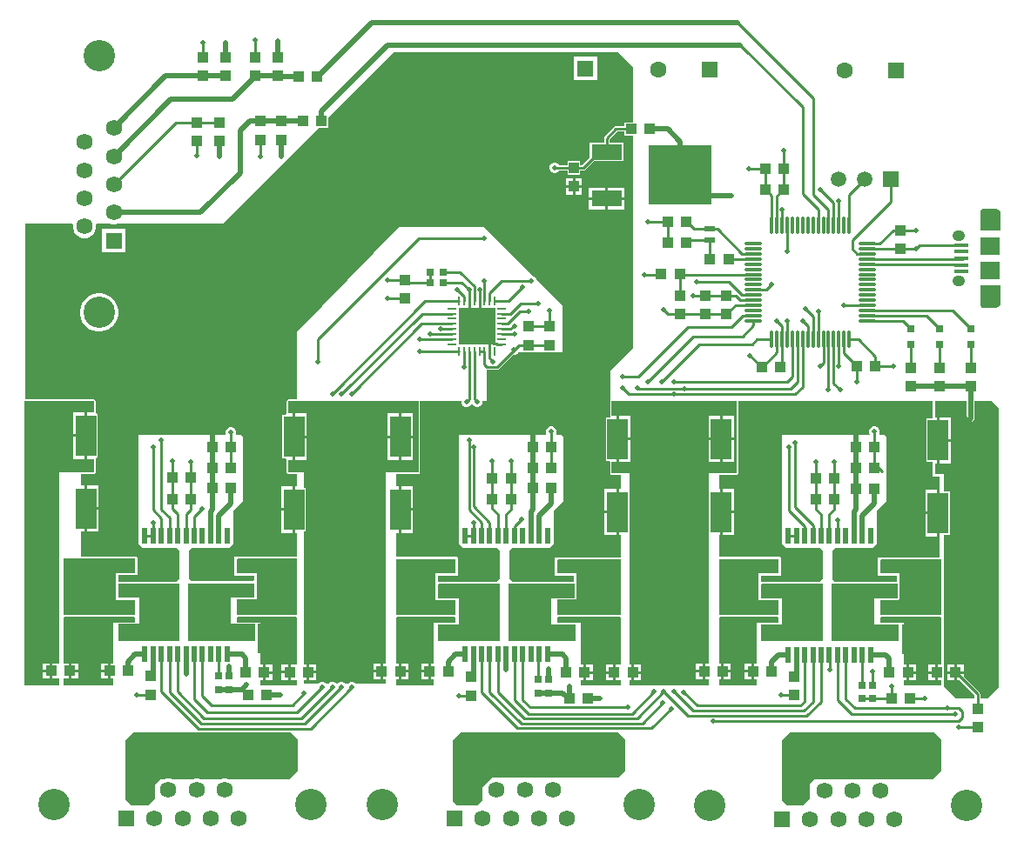
<source format=gtl>
G04*
G04 #@! TF.GenerationSoftware,Altium Limited,Altium Designer,21.8.1 (53)*
G04*
G04 Layer_Physical_Order=1*
G04 Layer_Color=255*
%FSLAX25Y25*%
%MOIN*%
G70*
G04*
G04 #@! TF.SameCoordinates,57A0437E-557E-4490-84B7-93440E4047FD*
G04*
G04*
G04 #@! TF.FilePolarity,Positive*
G04*
G01*
G75*
%ADD19R,0.02000X0.06100*%
%ADD20R,0.06100X0.02000*%
%ADD22R,0.02559X0.02953*%
%ADD23R,0.05709X0.11417*%
%ADD25R,0.11811X0.06299*%
%ADD26R,0.24410X0.22835*%
%ADD27R,0.02953X0.02559*%
%ADD28R,0.01003X0.03575*%
%ADD29R,0.03575X0.01003*%
%ADD30R,0.14200X0.14200*%
%ADD31R,0.03937X0.01968*%
%ADD35C,0.06260*%
%ADD36R,0.06260X0.06260*%
%ADD37C,0.12008*%
%ADD38R,0.06260X0.06260*%
%ADD46O,0.01181X0.07087*%
%ADD47O,0.07087X0.01181*%
%ADD48R,0.04331X0.03937*%
%ADD49R,0.07874X0.15748*%
%ADD50R,0.03937X0.04331*%
%ADD51R,0.03150X0.03150*%
%ADD52R,0.07480X0.07087*%
%ADD53R,0.05315X0.01575*%
%ADD54C,0.01000*%
%ADD55C,0.01968*%
%ADD56C,0.05906*%
%ADD57R,0.05906X0.05906*%
%ADD58R,0.06299X0.06299*%
%ADD59C,0.06299*%
%ADD60O,0.04921X0.04134*%
%ADD61C,0.02000*%
%ADD62C,0.03937*%
G36*
X281246Y318254D02*
Y297227D01*
X277940D01*
Y295778D01*
X274759D01*
X274369Y295701D01*
X274038Y295480D01*
X270428Y291870D01*
X270207Y291540D01*
X270130Y291149D01*
Y289610D01*
X264744D01*
Y283752D01*
X261889Y280897D01*
X261107D01*
Y282543D01*
X256170D01*
Y280897D01*
X253023D01*
X252976Y281011D01*
X252413Y281573D01*
X251678Y281878D01*
X250883D01*
X250148Y281573D01*
X249585Y281011D01*
X249281Y280276D01*
Y279480D01*
X249585Y278745D01*
X250148Y278182D01*
X250883Y277878D01*
X251678D01*
X252413Y278182D01*
X252976Y278745D01*
X253023Y278858D01*
X256170D01*
Y277212D01*
X261107D01*
Y278858D01*
X262311D01*
X262701Y278936D01*
X263032Y279157D01*
X266186Y282310D01*
X277555D01*
Y289610D01*
X272169D01*
Y290727D01*
X275181Y293739D01*
X277940D01*
Y292290D01*
X281246D01*
X281246Y210885D01*
X272477Y202116D01*
Y190331D01*
Y184751D01*
Y184251D01*
X270932D01*
Y181424D01*
Y167502D01*
X272143D01*
X272477Y167002D01*
Y162729D01*
X272635Y162347D01*
X273018Y162188D01*
X276482D01*
Y156798D01*
X275869D01*
Y147924D01*
Y139050D01*
X276482D01*
Y130575D01*
X251243D01*
Y123516D01*
X258747D01*
X258747Y121582D01*
X258393Y121228D01*
X234930D01*
X233822Y122336D01*
Y133043D01*
X234913Y134133D01*
X249275D01*
X250805Y135664D01*
X250805Y148295D01*
X254618Y152108D01*
Y176648D01*
X253821Y177445D01*
X252204D01*
X251870Y177945D01*
X251990Y178235D01*
Y179030D01*
X251685Y179765D01*
X251122Y180328D01*
X250387Y180632D01*
X249592D01*
X248857Y180328D01*
X248294Y179765D01*
X247990Y179030D01*
Y178235D01*
X248109Y177945D01*
X247775Y177445D01*
X214589D01*
Y135781D01*
X216236Y134133D01*
X229326D01*
X230348Y133111D01*
Y122374D01*
X229150Y121177D01*
X206746D01*
X206746Y123566D01*
X214249D01*
Y130520D01*
X213995Y130775D01*
X190484D01*
Y139928D01*
X191637D01*
Y148802D01*
X192137D01*
D01*
X191637D01*
Y157676D01*
X190484D01*
Y162607D01*
X199166Y162607D01*
X199548Y162766D01*
X199707Y163148D01*
Y190391D01*
X215501D01*
Y189619D01*
X215806Y188884D01*
X216369Y188321D01*
X217104Y188017D01*
X217899D01*
X218634Y188321D01*
X219197Y188884D01*
X219303Y189140D01*
X219844D01*
X219951Y188884D01*
X220513Y188321D01*
X221248Y188017D01*
X222044D01*
X222779Y188321D01*
X223341Y188884D01*
X223646Y189619D01*
Y190391D01*
X225309D01*
Y202456D01*
X225351Y202448D01*
X229299D01*
X229689Y202525D01*
X230020Y202746D01*
X235339Y208065D01*
X236125D01*
X236860Y208370D01*
X237422Y208932D01*
X237448Y208993D01*
X254220D01*
Y227201D01*
X244286Y237134D01*
X244127Y237519D01*
X243564Y238081D01*
X243180Y238241D01*
X224295Y257125D01*
X191568Y257125D01*
X152758Y216662D01*
Y191041D01*
X149328D01*
X148945Y190883D01*
X148786Y190500D01*
Y185629D01*
X148452Y185129D01*
X147041D01*
Y168381D01*
X148452D01*
X148786Y167881D01*
Y163148D01*
X148945Y162766D01*
X149328Y162607D01*
X152758D01*
Y157676D01*
X151978D01*
Y148802D01*
Y139928D01*
X152758D01*
Y130658D01*
X128631D01*
Y123600D01*
X136135D01*
X136135Y121665D01*
X135782Y121311D01*
X112319D01*
X111211Y122420D01*
Y133126D01*
X112301Y134216D01*
X126663D01*
X128194Y135747D01*
X128194Y148379D01*
X132007Y152191D01*
Y176732D01*
X131210Y177529D01*
X129601D01*
X129323Y177944D01*
X129378Y178077D01*
Y178872D01*
X129074Y179607D01*
X128511Y180170D01*
X127776Y180474D01*
X126980D01*
X126245Y180170D01*
X125683Y179607D01*
X125378Y178872D01*
Y178077D01*
X125433Y177944D01*
X125155Y177529D01*
X91978D01*
Y135864D01*
X93625Y134216D01*
X106714D01*
X107736Y133195D01*
Y122458D01*
X106539Y121260D01*
X84135D01*
X84135Y123650D01*
X91638D01*
Y130604D01*
X91383Y130858D01*
X69884D01*
Y140303D01*
X71352D01*
Y149177D01*
X71852D01*
D01*
X71352D01*
Y158051D01*
X69884D01*
Y162613D01*
X75000D01*
X75383Y162771D01*
X75541Y163154D01*
Y168256D01*
X75875Y168756D01*
X76289D01*
Y185504D01*
X75875D01*
X75541Y186004D01*
Y190474D01*
X75383Y190857D01*
X75000Y191016D01*
X48500D01*
Y258500D01*
X66639D01*
X66944Y258103D01*
X66890Y257902D01*
Y256736D01*
X67192Y255609D01*
X67775Y254599D01*
X68599Y253775D01*
X69609Y253192D01*
X70736Y252890D01*
X71902D01*
X73028Y253192D01*
X74038Y253775D01*
X74863Y254599D01*
X75446Y255609D01*
X75748Y256736D01*
Y257902D01*
X75694Y258103D01*
X75999Y258500D01*
X81109D01*
X81917Y258283D01*
X83083D01*
X83891Y258500D01*
X124270D01*
X161012Y295242D01*
X164776D01*
Y299005D01*
X189770Y324000D01*
X275500D01*
X281246Y318254D01*
D02*
G37*
G36*
X420959Y263939D02*
X421513Y263386D01*
X421813Y262662D01*
Y262271D01*
Y255637D01*
X414332D01*
Y263058D01*
Y263293D01*
X414512Y263727D01*
X414844Y264059D01*
X415278Y264239D01*
X420236D01*
X420959Y263939D01*
D02*
G37*
G36*
X421813Y227999D02*
Y227607D01*
X421513Y226884D01*
X420959Y226330D01*
X420236Y226030D01*
X415278D01*
X414844Y226210D01*
X414512Y226542D01*
X414332Y226977D01*
Y227211D01*
Y234633D01*
X421813D01*
Y227999D01*
D02*
G37*
G36*
X421333Y187512D02*
Y80847D01*
X416921Y76436D01*
X414157D01*
Y78097D01*
X414079Y78487D01*
X413858Y78818D01*
X407824Y84852D01*
Y85879D01*
X405158D01*
Y83410D01*
X406382D01*
X412117Y77675D01*
Y76436D01*
X405005D01*
X400233Y81207D01*
Y83910D01*
X400237D01*
Y88847D01*
X400233D01*
X400233Y139089D01*
X402515D01*
Y155837D01*
X400233D01*
Y162347D01*
X397119D01*
Y166542D01*
X397578D01*
Y175416D01*
Y184290D01*
X397119D01*
Y190350D01*
X408995Y190350D01*
Y184578D01*
X407945Y183529D01*
X407617Y183038D01*
X407502Y182458D01*
X407617Y181879D01*
X407945Y181388D01*
X408436Y181060D01*
X409015Y180945D01*
X409594Y181060D01*
X410085Y181388D01*
X411578Y182881D01*
X411578Y182881D01*
X411906Y183372D01*
X412021Y183951D01*
Y190350D01*
X418494D01*
X421333Y187512D01*
D02*
G37*
G36*
X396113Y183790D02*
X393641D01*
Y167042D01*
X396113D01*
Y161388D01*
X398733D01*
Y156337D01*
X398578D01*
Y147463D01*
Y138589D01*
X398733D01*
Y130515D01*
X374952D01*
Y123456D01*
X382456D01*
X382456Y121521D01*
X382103Y121167D01*
X358640D01*
X357531Y122276D01*
Y132982D01*
X358622Y134072D01*
X372984D01*
X374515Y135603D01*
X374515Y148235D01*
X378328Y152048D01*
Y176588D01*
X377531Y177384D01*
X375888D01*
X375554Y177885D01*
X375699Y178235D01*
Y179030D01*
X375395Y179765D01*
X374832Y180328D01*
X374097Y180632D01*
X373301D01*
X372566Y180328D01*
X372003Y179765D01*
X371699Y179030D01*
Y178235D01*
X371844Y177885D01*
X371510Y177384D01*
X338298D01*
Y135720D01*
X339946Y134072D01*
X353035D01*
X354057Y133051D01*
Y122314D01*
X352860Y121116D01*
X330456D01*
X330456Y123505D01*
X337959D01*
Y130460D01*
X337704Y130714D01*
X314156D01*
Y139050D01*
X314612D01*
Y147924D01*
Y156798D01*
X314156D01*
Y162188D01*
X320947D01*
X321330Y162347D01*
X321488Y162729D01*
Y190331D01*
X321488Y190331D01*
X396113D01*
Y183790D01*
D02*
G37*
G36*
X90638Y124474D02*
X83135D01*
X83136Y114194D01*
X90638D01*
Y108476D01*
X90637Y108475D01*
X63533Y108475D01*
X63179Y108828D01*
Y129973D01*
X90638D01*
Y124474D01*
D02*
G37*
G36*
X152758Y129973D02*
Y108471D01*
X129990Y108452D01*
X129637Y108806D01*
Y114433D01*
X136436D01*
X136535Y114474D01*
X137136D01*
X137136Y123977D01*
X137136Y124474D01*
X137134Y124476D01*
X136637Y124476D01*
X129637D01*
Y129620D01*
X129990Y129973D01*
X152758Y129973D01*
D02*
G37*
G36*
X213249Y124391D02*
X205747D01*
X205747Y114111D01*
X213249D01*
Y108392D01*
X213248Y108391D01*
X190837Y108391D01*
X190484Y108745D01*
Y129890D01*
X213249D01*
Y124391D01*
D02*
G37*
G36*
X276482Y129889D02*
Y108389D01*
X252602Y108369D01*
X252248Y108722D01*
Y114349D01*
X259047D01*
X259146Y114390D01*
X259747D01*
X259747Y123893D01*
X259748Y124391D01*
X259746Y124393D01*
X259248Y124393D01*
X252248D01*
Y129536D01*
X252602Y129890D01*
X276482Y129889D01*
D02*
G37*
G36*
X336959Y124330D02*
X329456D01*
X329457Y114050D01*
X336959D01*
Y108332D01*
X336958Y108331D01*
X314509Y108331D01*
X314156Y108684D01*
Y129829D01*
X336959D01*
Y124330D01*
D02*
G37*
G36*
X399225Y129829D02*
Y108327D01*
X376311Y108308D01*
X375957Y108662D01*
Y114289D01*
X382757D01*
X382856Y114330D01*
X383457D01*
X383457Y123833D01*
X383457Y124330D01*
X383455Y124332D01*
X382958Y124332D01*
X375957D01*
Y129476D01*
X376311Y129829D01*
X399225Y129829D01*
D02*
G37*
G36*
X90634Y107580D02*
Y105515D01*
X84139Y105511D01*
X84048Y105474D01*
X82336Y105474D01*
Y89949D01*
X81310D01*
Y86981D01*
Y84012D01*
X82336D01*
Y81548D01*
X63179D01*
Y84012D01*
X65144D01*
Y86981D01*
Y89949D01*
X63179D01*
X63179Y107575D01*
X63533Y107933D01*
X63533Y107933D01*
X90280Y107934D01*
X90634Y107580D01*
D02*
G37*
G36*
X213245Y107497D02*
Y105431D01*
X206750Y105428D01*
X206659Y105390D01*
X204947Y105390D01*
Y89866D01*
X203921D01*
Y86897D01*
Y83929D01*
X204947D01*
Y81464D01*
X190484D01*
Y83929D01*
X191637D01*
Y86897D01*
Y89866D01*
X190484D01*
X190484Y107492D01*
X190838Y107850D01*
X190838Y107850D01*
X212892Y107850D01*
X213245Y107497D01*
D02*
G37*
G36*
X336954Y107436D02*
Y105371D01*
X330460Y105367D01*
X330369Y105330D01*
X328657Y105330D01*
Y89805D01*
X327630D01*
Y86837D01*
Y83868D01*
X328657D01*
Y81404D01*
X314156D01*
Y83868D01*
X315111D01*
Y86837D01*
Y89805D01*
X314156D01*
X314156Y107431D01*
X314509Y107789D01*
X314509Y107789D01*
X336601Y107790D01*
X336954Y107436D01*
D02*
G37*
G36*
X136422Y120474D02*
X136436Y120468D01*
Y114974D01*
X127378D01*
Y104968D01*
X136635D01*
Y98474D01*
X111036D01*
Y120474D01*
X136422D01*
D02*
G37*
G36*
X107736Y98474D02*
X84137D01*
Y104968D01*
X84139Y104970D01*
X92136Y104974D01*
Y114974D01*
X84135Y114974D01*
X84135Y120134D01*
X84488Y120488D01*
X107736D01*
Y98474D01*
D02*
G37*
G36*
X259033Y120391D02*
X259047Y120385D01*
Y114891D01*
X249990D01*
Y104884D01*
X259247D01*
Y98391D01*
X233647D01*
Y120391D01*
X259033D01*
D02*
G37*
G36*
X230348Y98391D02*
X206748D01*
Y104884D01*
X206750Y104887D01*
X214748Y104891D01*
Y114891D01*
X206747Y114891D01*
X206746Y120051D01*
X207100Y120405D01*
X230348D01*
Y98391D01*
D02*
G37*
G36*
X382743Y120330D02*
X382757Y120324D01*
Y114830D01*
X373699D01*
Y104824D01*
X382956D01*
Y98330D01*
X357357D01*
Y120330D01*
X382743D01*
D02*
G37*
G36*
X354057Y98330D02*
X330457D01*
Y104824D01*
X330460Y104826D01*
X338457Y104830D01*
Y114830D01*
X330456Y114830D01*
X330456Y119990D01*
X330809Y120344D01*
X354057D01*
Y98330D01*
D02*
G37*
G36*
X199166Y163148D02*
X186520Y163148D01*
Y89866D01*
X185551D01*
Y86897D01*
Y83929D01*
X186520D01*
Y82038D01*
X175264D01*
X174846Y82456D01*
X174111Y82761D01*
X173315D01*
X172580Y82456D01*
X172162Y82038D01*
X171336D01*
X170840Y82535D01*
X170105Y82839D01*
X169309D01*
X168574Y82535D01*
X168077Y82038D01*
X167806D01*
X167309Y82535D01*
X166574Y82839D01*
X165778D01*
X165043Y82535D01*
X164546Y82038D01*
X164068D01*
X164057Y82064D01*
X163495Y82627D01*
X162759Y82932D01*
X161964D01*
X161229Y82627D01*
X160666Y82064D01*
X160655Y82038D01*
X155337D01*
Y83554D01*
X156412D01*
Y86523D01*
Y89491D01*
X155337D01*
Y140428D01*
X155915D01*
Y157176D01*
X155337D01*
Y163148D01*
X149328Y163148D01*
Y167881D01*
X150978D01*
Y176755D01*
Y185629D01*
X149328D01*
Y190500D01*
X199166D01*
Y163148D01*
D02*
G37*
G36*
X75000Y186004D02*
X72352D01*
Y177130D01*
X71852D01*
D01*
X72352D01*
Y168256D01*
X75000D01*
Y163154D01*
X61624D01*
Y89949D01*
X59057D01*
Y86981D01*
Y84012D01*
X61624D01*
Y81548D01*
X48299D01*
Y163154D01*
Y190474D01*
X75000D01*
Y186004D01*
D02*
G37*
G36*
X152758Y107576D02*
Y89491D01*
X150325D01*
Y86523D01*
Y83554D01*
X152758D01*
Y81465D01*
X138525D01*
Y83465D01*
X139545D01*
Y86434D01*
Y89402D01*
X138525D01*
Y105473D01*
X136720Y105474D01*
X136635Y105509D01*
X129636D01*
Y107523D01*
X129990Y107911D01*
X129991Y107911D01*
X152404Y107930D01*
X152758Y107576D01*
D02*
G37*
G36*
X320947Y162729D02*
X310178D01*
Y89805D01*
X309025D01*
Y86837D01*
Y83868D01*
X310178D01*
Y81441D01*
X279953D01*
Y83471D01*
X280684D01*
Y86440D01*
Y89408D01*
X279953D01*
Y162729D01*
X273018D01*
Y167002D01*
X274869D01*
Y175876D01*
Y184751D01*
X273018D01*
Y190331D01*
X320947D01*
Y162729D01*
D02*
G37*
G36*
X276482Y107494D02*
Y89408D01*
X274598D01*
Y86440D01*
Y83471D01*
X276482D01*
Y81382D01*
X261137D01*
Y83471D01*
X262290D01*
Y86440D01*
Y89408D01*
X261137D01*
Y105390D01*
X259331Y105390D01*
X259247Y105426D01*
X252247D01*
Y107440D01*
X252601Y107827D01*
X252602Y107828D01*
X276128Y107847D01*
X276482Y107494D01*
D02*
G37*
G36*
X399225Y107432D02*
Y89347D01*
X398072D01*
Y86379D01*
Y83410D01*
X399225D01*
Y81321D01*
X384846D01*
Y83410D01*
X385999D01*
Y86379D01*
Y89347D01*
X384846D01*
Y105329D01*
X383041Y105330D01*
X382956Y105365D01*
X375957D01*
Y107379D01*
X376311Y107767D01*
X376311Y107767D01*
X398872Y107786D01*
X399225Y107432D01*
D02*
G37*
G36*
X150390Y63500D02*
X153037Y60853D01*
X153037Y48722D01*
X149925Y45610D01*
X126771Y45610D01*
X126741Y45627D01*
X125615Y45929D01*
X124449D01*
X123322Y45627D01*
X123292Y45610D01*
X115983D01*
X115954Y45627D01*
X114827Y45929D01*
X113661D01*
X112535Y45627D01*
X112505Y45610D01*
X105196D01*
X105166Y45627D01*
X104040Y45929D01*
X102874D01*
X101747Y45627D01*
X101718Y45610D01*
X100545D01*
X98437Y43503D01*
Y38082D01*
X95625Y35591D01*
X89373D01*
X86887Y37925D01*
Y60363D01*
X90024Y63500D01*
X128575Y63500D01*
X150390Y63500D01*
D02*
G37*
G36*
X275635Y63500D02*
X278282Y60853D01*
X278283Y48723D01*
X275582Y46022D01*
X227189Y46022D01*
X223683Y42516D01*
Y37278D01*
X221778Y35591D01*
X213725Y35591D01*
X212132Y37086D01*
Y60363D01*
X215269Y63500D01*
X253820Y63500D01*
X275635Y63500D01*
D02*
G37*
G36*
X396578Y63500D02*
X399225Y60853D01*
X399225Y48722D01*
X396113Y45610D01*
X351002D01*
X349076Y43684D01*
Y37948D01*
X346414Y35591D01*
X340321D01*
X338288Y37499D01*
Y60489D01*
X341299Y63500D01*
X374763Y63500D01*
X396578Y63500D01*
D02*
G37*
%LPC*%
G36*
X267571Y322363D02*
X258673D01*
Y313465D01*
X267571D01*
Y322363D01*
D02*
G37*
G36*
X261607Y275956D02*
X259138D01*
Y273291D01*
X261607D01*
Y275956D01*
D02*
G37*
G36*
X258138D02*
X255670D01*
Y273291D01*
X258138D01*
Y275956D01*
D02*
G37*
G36*
X261607Y272291D02*
X259138D01*
Y269626D01*
X261607D01*
Y272291D01*
D02*
G37*
G36*
X258138D02*
X255670D01*
Y269626D01*
X258138D01*
Y272291D01*
D02*
G37*
G36*
X278055Y272117D02*
X271649D01*
Y268468D01*
X278055D01*
Y272117D01*
D02*
G37*
G36*
X270649D02*
X264244D01*
Y268468D01*
X270649D01*
Y272117D01*
D02*
G37*
G36*
X278055Y267468D02*
X271649D01*
Y263818D01*
X278055D01*
Y267468D01*
D02*
G37*
G36*
X270649D02*
X264244D01*
Y263818D01*
X270649D01*
Y267468D01*
D02*
G37*
G36*
X86929Y256354D02*
X78071D01*
Y247496D01*
X86929D01*
Y256354D01*
D02*
G37*
G36*
X77629Y231630D02*
X76190D01*
X74779Y231349D01*
X73450Y230799D01*
X72254Y229999D01*
X71237Y228982D01*
X70438Y227786D01*
X69887Y226457D01*
X69606Y225046D01*
Y223607D01*
X69887Y222197D01*
X70438Y220867D01*
X71237Y219671D01*
X72254Y218654D01*
X73450Y217855D01*
X74779Y217304D01*
X76190Y217024D01*
X77629D01*
X79040Y217304D01*
X80369Y217855D01*
X81565Y218654D01*
X82582Y219671D01*
X83381Y220867D01*
X83932Y222197D01*
X84213Y223607D01*
Y225046D01*
X83932Y226457D01*
X83381Y227786D01*
X82582Y228982D01*
X81565Y229999D01*
X80369Y230799D01*
X79040Y231349D01*
X77629Y231630D01*
D02*
G37*
G36*
X76789Y158051D02*
X72352D01*
Y149677D01*
X76789D01*
Y158051D01*
D02*
G37*
G36*
X197074Y157676D02*
X192637D01*
Y149302D01*
X197074D01*
Y157676D01*
D02*
G37*
G36*
X150978D02*
X146542D01*
Y149302D01*
X150978D01*
Y157676D01*
D02*
G37*
G36*
X274869Y156798D02*
X270432D01*
Y148424D01*
X274869D01*
Y156798D01*
D02*
G37*
G36*
X76789Y148677D02*
X72352D01*
Y140303D01*
X76789D01*
Y148677D01*
D02*
G37*
G36*
X197074Y148302D02*
X192637D01*
Y139928D01*
X197074D01*
Y148302D01*
D02*
G37*
G36*
X150978D02*
X146542D01*
Y139928D01*
X150978D01*
Y148302D01*
D02*
G37*
G36*
X274869Y147424D02*
X270432D01*
Y139050D01*
X274869D01*
Y147424D01*
D02*
G37*
G36*
X403015Y184290D02*
X398578D01*
Y175916D01*
X403015D01*
Y184290D01*
D02*
G37*
G36*
Y174916D02*
X398578D01*
Y166542D01*
X403015D01*
Y174916D01*
D02*
G37*
G36*
X407824Y89347D02*
X405158D01*
Y86879D01*
X407824D01*
Y89347D01*
D02*
G37*
G36*
X404158D02*
X401493D01*
Y86879D01*
X404158D01*
Y89347D01*
D02*
G37*
G36*
Y85879D02*
X401493D01*
Y83410D01*
X404158D01*
Y85879D01*
D02*
G37*
G36*
X320048Y156798D02*
X315612D01*
Y148424D01*
X320048D01*
Y156798D01*
D02*
G37*
G36*
X397578Y156337D02*
X393141D01*
Y147963D01*
X397578D01*
Y156337D01*
D02*
G37*
G36*
X320048Y147424D02*
X315612D01*
Y139050D01*
X320048D01*
Y147424D01*
D02*
G37*
G36*
X397578Y146963D02*
X393141D01*
Y138589D01*
X397578D01*
Y146963D01*
D02*
G37*
G36*
X80310Y89949D02*
X77644D01*
Y87481D01*
X80310D01*
Y89949D01*
D02*
G37*
G36*
X68809D02*
X66144D01*
Y87481D01*
X68809D01*
Y89949D01*
D02*
G37*
G36*
X80310Y86481D02*
X77644D01*
Y84012D01*
X80310D01*
Y86481D01*
D02*
G37*
G36*
X68809Y86481D02*
X66144D01*
Y84012D01*
X68809D01*
Y86481D01*
D02*
G37*
G36*
X195303Y89866D02*
X192637D01*
Y87397D01*
X195303D01*
Y89866D01*
D02*
G37*
G36*
X202921D02*
X200255D01*
Y87397D01*
X202921D01*
Y89866D01*
D02*
G37*
G36*
Y86397D02*
X200255D01*
Y83929D01*
X202921D01*
Y86397D01*
D02*
G37*
G36*
X195303Y86397D02*
X192637D01*
Y83929D01*
X195303D01*
Y86397D01*
D02*
G37*
G36*
X318777Y89805D02*
X316111D01*
Y87337D01*
X318777D01*
Y89805D01*
D02*
G37*
G36*
X326630D02*
X323965D01*
Y87337D01*
X326630D01*
Y89805D01*
D02*
G37*
G36*
Y86337D02*
X323965D01*
Y83868D01*
X326630D01*
Y86337D01*
D02*
G37*
G36*
X318777Y86337D02*
X316111D01*
Y83868D01*
X318777D01*
Y86337D01*
D02*
G37*
G36*
X156415Y185629D02*
X151978D01*
Y177255D01*
X156415D01*
Y185629D01*
D02*
G37*
G36*
X197074D02*
X192637D01*
Y177255D01*
X197074D01*
Y185629D01*
D02*
G37*
G36*
X191637D02*
X187200D01*
Y177255D01*
X191637D01*
Y185629D01*
D02*
G37*
G36*
X197074Y176255D02*
X192637D01*
Y167881D01*
X197074D01*
Y176255D01*
D02*
G37*
G36*
X191637D02*
X187200D01*
Y167881D01*
X191637D01*
Y176255D01*
D02*
G37*
G36*
X156415D02*
X151978D01*
Y167881D01*
X156415D01*
Y176255D01*
D02*
G37*
G36*
X184551Y89866D02*
X181886D01*
Y87397D01*
X184551D01*
Y89866D01*
D02*
G37*
G36*
X160077Y89491D02*
X157412D01*
Y87023D01*
X160077D01*
Y89491D01*
D02*
G37*
G36*
X184551Y86397D02*
X181886D01*
Y83929D01*
X184551D01*
Y86397D01*
D02*
G37*
G36*
X160077Y86023D02*
X157412D01*
Y83554D01*
X160077D01*
Y86023D01*
D02*
G37*
G36*
X71352Y186004D02*
X66915D01*
Y177630D01*
X71352D01*
Y186004D01*
D02*
G37*
G36*
Y176630D02*
X66915D01*
Y168256D01*
X71352D01*
Y176630D01*
D02*
G37*
G36*
X58057Y89949D02*
X55392D01*
Y87481D01*
X58057D01*
Y89949D01*
D02*
G37*
G36*
Y86481D02*
X55392D01*
Y84012D01*
X58057D01*
Y86481D01*
D02*
G37*
G36*
X149325Y89491D02*
X146660D01*
Y87023D01*
X149325D01*
Y89491D01*
D02*
G37*
G36*
X143211Y89402D02*
X140545D01*
Y86934D01*
X143211D01*
Y89402D01*
D02*
G37*
G36*
X149325Y86023D02*
X146660D01*
Y83554D01*
X149325D01*
Y86023D01*
D02*
G37*
G36*
X143211Y85934D02*
X140545D01*
Y83465D01*
X143211D01*
Y85934D01*
D02*
G37*
G36*
X280306Y184751D02*
X275869D01*
Y176376D01*
X280306D01*
Y184751D01*
D02*
G37*
G36*
X320048D02*
X315612D01*
Y176376D01*
X320048D01*
Y184751D01*
D02*
G37*
G36*
X314612D02*
X310174D01*
Y176376D01*
X314612D01*
Y184751D01*
D02*
G37*
G36*
X320048Y175376D02*
X315612D01*
Y167002D01*
X320048D01*
Y175376D01*
D02*
G37*
G36*
X314612D02*
X310174D01*
Y167002D01*
X314612D01*
Y175376D01*
D02*
G37*
G36*
X280306D02*
X275869D01*
Y167002D01*
X280306D01*
Y175376D01*
D02*
G37*
G36*
X308025Y89805D02*
X305360D01*
Y87337D01*
X308025D01*
Y89805D01*
D02*
G37*
G36*
X284350Y89408D02*
X281684D01*
Y86940D01*
X284350D01*
Y89408D01*
D02*
G37*
G36*
X308025Y86337D02*
X305360D01*
Y83868D01*
X308025D01*
Y86337D01*
D02*
G37*
G36*
X284350Y85940D02*
X281684D01*
Y83471D01*
X284350D01*
Y85940D01*
D02*
G37*
G36*
X273598Y89408D02*
X270932D01*
Y86940D01*
X273598D01*
Y89408D01*
D02*
G37*
G36*
X265955D02*
X263290D01*
Y86940D01*
X265955D01*
Y89408D01*
D02*
G37*
G36*
X273598Y85940D02*
X270932D01*
Y83471D01*
X273598D01*
Y85940D01*
D02*
G37*
G36*
X265955Y85940D02*
X263290D01*
Y83471D01*
X265955D01*
Y85940D01*
D02*
G37*
G36*
X389665Y89347D02*
X387000D01*
Y86879D01*
X389665D01*
Y89347D01*
D02*
G37*
G36*
X397072D02*
X394407D01*
Y86879D01*
X397072D01*
Y89347D01*
D02*
G37*
G36*
Y85879D02*
X394407D01*
Y83410D01*
X397072D01*
Y85879D01*
D02*
G37*
G36*
X389665Y85879D02*
X387000D01*
Y83410D01*
X389665D01*
Y85879D01*
D02*
G37*
%LPD*%
D19*
X340709Y138764D02*
D03*
X343858D02*
D03*
X347008D02*
D03*
X350157D02*
D03*
X353307D02*
D03*
X356457D02*
D03*
X359606D02*
D03*
X362756D02*
D03*
X365905D02*
D03*
X369055D02*
D03*
X372205D02*
D03*
Y93264D02*
D03*
X369055D02*
D03*
X365905D02*
D03*
X362756D02*
D03*
X359606D02*
D03*
X356457D02*
D03*
X353307D02*
D03*
X350157D02*
D03*
X347008D02*
D03*
X343858D02*
D03*
X340709D02*
D03*
X216999Y93325D02*
D03*
X220149D02*
D03*
X223298D02*
D03*
X226448D02*
D03*
X229598D02*
D03*
X232747D02*
D03*
X235897D02*
D03*
X239047D02*
D03*
X242196D02*
D03*
X245346D02*
D03*
X248495D02*
D03*
Y138825D02*
D03*
X245346D02*
D03*
X242196D02*
D03*
X239047D02*
D03*
X235897D02*
D03*
X232747D02*
D03*
X229598D02*
D03*
X226448D02*
D03*
X223298D02*
D03*
X220149D02*
D03*
X216999D02*
D03*
X94388Y93408D02*
D03*
X97537D02*
D03*
X100687D02*
D03*
X103837D02*
D03*
X106986D02*
D03*
X110136D02*
D03*
X113286D02*
D03*
X116435D02*
D03*
X119585D02*
D03*
X122734D02*
D03*
X125884D02*
D03*
Y138908D02*
D03*
X122734D02*
D03*
X119585D02*
D03*
X116435D02*
D03*
X113286D02*
D03*
X110136D02*
D03*
X106986D02*
D03*
X103837D02*
D03*
X100687D02*
D03*
X97537D02*
D03*
X94388D02*
D03*
D20*
X379207Y131762D02*
D03*
Y128613D02*
D03*
Y125463D02*
D03*
Y122314D02*
D03*
Y119164D02*
D03*
Y116014D02*
D03*
Y112865D02*
D03*
Y109715D02*
D03*
Y106565D02*
D03*
Y103416D02*
D03*
Y100266D02*
D03*
X333707D02*
D03*
Y103416D02*
D03*
Y106565D02*
D03*
Y109715D02*
D03*
Y112865D02*
D03*
Y116014D02*
D03*
Y119164D02*
D03*
Y122314D02*
D03*
Y125463D02*
D03*
Y128613D02*
D03*
Y131762D02*
D03*
X209997Y131823D02*
D03*
Y128673D02*
D03*
Y125524D02*
D03*
Y122374D02*
D03*
Y119225D02*
D03*
Y116075D02*
D03*
Y112925D02*
D03*
Y109776D02*
D03*
Y106626D02*
D03*
Y103477D02*
D03*
Y100327D02*
D03*
X255497D02*
D03*
Y103477D02*
D03*
Y106626D02*
D03*
Y109776D02*
D03*
Y112925D02*
D03*
Y116075D02*
D03*
Y119225D02*
D03*
Y122374D02*
D03*
Y125524D02*
D03*
Y128673D02*
D03*
Y131823D02*
D03*
X87386Y131906D02*
D03*
Y128757D02*
D03*
Y125607D02*
D03*
Y122458D02*
D03*
Y119308D02*
D03*
Y116158D02*
D03*
Y113009D02*
D03*
Y109859D02*
D03*
Y106710D02*
D03*
Y103560D02*
D03*
Y100410D02*
D03*
X132886D02*
D03*
Y103560D02*
D03*
Y106710D02*
D03*
Y109859D02*
D03*
Y113009D02*
D03*
Y116158D02*
D03*
Y119308D02*
D03*
Y122458D02*
D03*
Y125607D02*
D03*
Y128757D02*
D03*
Y131906D02*
D03*
D22*
X372910Y76436D02*
D03*
Y81554D02*
D03*
X368973D02*
D03*
Y76436D02*
D03*
X248807Y78544D02*
D03*
Y83662D02*
D03*
X244870D02*
D03*
Y78544D02*
D03*
X122781Y79938D02*
D03*
Y85056D02*
D03*
X126718D02*
D03*
Y79938D02*
D03*
D23*
X386956Y99058D02*
D03*
X413137D02*
D03*
X325278Y98668D02*
D03*
X299096D02*
D03*
X264247Y98728D02*
D03*
X290428D02*
D03*
X201935Y99426D02*
D03*
X175754D02*
D03*
X166459Y99510D02*
D03*
X140278D02*
D03*
X51547D02*
D03*
X77728D02*
D03*
D25*
X271149Y285960D02*
D03*
Y267968D02*
D03*
D26*
X299417Y276964D02*
D03*
D27*
X203648Y239867D02*
D03*
X208766D02*
D03*
Y235930D02*
D03*
X203648D02*
D03*
D28*
X228372Y228671D02*
D03*
X226404D02*
D03*
X224435D02*
D03*
X222467D02*
D03*
X220498D02*
D03*
X218530D02*
D03*
X216561D02*
D03*
X214593D02*
D03*
Y209396D02*
D03*
X216561D02*
D03*
X218530D02*
D03*
X220498D02*
D03*
X222467D02*
D03*
X224435D02*
D03*
X226404D02*
D03*
X228372D02*
D03*
D29*
X211845Y225923D02*
D03*
Y223955D02*
D03*
Y221986D02*
D03*
Y220018D02*
D03*
Y218049D02*
D03*
Y216081D02*
D03*
Y214112D02*
D03*
Y212144D02*
D03*
X231120D02*
D03*
Y214112D02*
D03*
Y216081D02*
D03*
Y218049D02*
D03*
Y220018D02*
D03*
Y221986D02*
D03*
Y223955D02*
D03*
Y225923D02*
D03*
D30*
X221482Y219033D02*
D03*
D31*
X310773Y256373D02*
D03*
Y252042D02*
D03*
D35*
X71319Y289681D02*
D03*
Y278894D02*
D03*
Y268106D02*
D03*
Y257319D02*
D03*
X82500Y295075D02*
D03*
Y284287D02*
D03*
Y273500D02*
D03*
Y262713D02*
D03*
X376044Y41181D02*
D03*
X365257D02*
D03*
X354470D02*
D03*
X343682D02*
D03*
X381438Y30000D02*
D03*
X370651D02*
D03*
X359863D02*
D03*
X349076D02*
D03*
X250686Y41500D02*
D03*
X239899D02*
D03*
X229111D02*
D03*
X218324D02*
D03*
X256080Y30319D02*
D03*
X245292D02*
D03*
X234505D02*
D03*
X223718D02*
D03*
X125032Y41500D02*
D03*
X114244D02*
D03*
X103457D02*
D03*
X92669D02*
D03*
X130425Y30319D02*
D03*
X119638D02*
D03*
X108851D02*
D03*
X98063D02*
D03*
D36*
X82500Y251925D02*
D03*
D37*
X76910Y224327D02*
D03*
Y322713D02*
D03*
X310690Y35591D02*
D03*
X409076D02*
D03*
X185332Y35909D02*
D03*
X283718D02*
D03*
X59677D02*
D03*
X158063D02*
D03*
D38*
X338288Y30000D02*
D03*
X212930Y30319D02*
D03*
X87276D02*
D03*
D46*
X334442Y257850D02*
D03*
X336411D02*
D03*
X338380D02*
D03*
X340348D02*
D03*
X342317D02*
D03*
X344285D02*
D03*
X346253D02*
D03*
X348222D02*
D03*
X350190D02*
D03*
X352159D02*
D03*
X354128D02*
D03*
X356096D02*
D03*
X358065D02*
D03*
X360033D02*
D03*
X362002D02*
D03*
X363970D02*
D03*
Y214150D02*
D03*
X362002D02*
D03*
X360033D02*
D03*
X358065D02*
D03*
X356096D02*
D03*
X354128D02*
D03*
X352159D02*
D03*
X350190D02*
D03*
X348222D02*
D03*
X346253D02*
D03*
X344285D02*
D03*
X342317D02*
D03*
X340348D02*
D03*
X338380D02*
D03*
X336411D02*
D03*
X334442D02*
D03*
D47*
X371057Y250764D02*
D03*
Y248795D02*
D03*
Y246827D02*
D03*
Y244858D02*
D03*
Y242890D02*
D03*
Y240921D02*
D03*
Y238953D02*
D03*
Y236984D02*
D03*
Y235016D02*
D03*
Y233047D02*
D03*
Y231079D02*
D03*
Y229110D02*
D03*
Y227142D02*
D03*
Y225173D02*
D03*
Y223205D02*
D03*
Y221236D02*
D03*
X327356D02*
D03*
Y223205D02*
D03*
Y225173D02*
D03*
Y227142D02*
D03*
Y229110D02*
D03*
Y231079D02*
D03*
Y233047D02*
D03*
Y235016D02*
D03*
Y236984D02*
D03*
Y238953D02*
D03*
Y240921D02*
D03*
Y242890D02*
D03*
Y244858D02*
D03*
Y246827D02*
D03*
Y248795D02*
D03*
Y250764D02*
D03*
D48*
X242903Y172711D02*
D03*
X249990D02*
D03*
X404658Y86379D02*
D03*
X397572D02*
D03*
X308525Y86837D02*
D03*
X315612D02*
D03*
X379413Y86379D02*
D03*
X386500D02*
D03*
X334217Y86837D02*
D03*
X327130D02*
D03*
X387300Y76436D02*
D03*
X380213D02*
D03*
X358244Y160840D02*
D03*
X351157D02*
D03*
X366655Y164777D02*
D03*
X373742D02*
D03*
X366612Y172651D02*
D03*
X373699D02*
D03*
X358244Y152697D02*
D03*
X351157D02*
D03*
X366655Y156903D02*
D03*
X373742D02*
D03*
X281184Y86440D02*
D03*
X274098D02*
D03*
X185051Y86897D02*
D03*
X192137D02*
D03*
X255703Y86440D02*
D03*
X262790D02*
D03*
X210507Y86897D02*
D03*
X203421D02*
D03*
X263914Y76360D02*
D03*
X256827D02*
D03*
X234534Y160900D02*
D03*
X227448D02*
D03*
X242946Y164837D02*
D03*
X250033D02*
D03*
X234534Y152758D02*
D03*
X227448D02*
D03*
X242946Y156963D02*
D03*
X250033D02*
D03*
X294607Y250977D02*
D03*
X301694D02*
D03*
X155024Y297710D02*
D03*
X162110D02*
D03*
X153370Y314823D02*
D03*
X160457D02*
D03*
X65644Y86981D02*
D03*
X58557D02*
D03*
X149825Y86523D02*
D03*
X156912D02*
D03*
X140045Y86434D02*
D03*
X132959D02*
D03*
X80809Y86981D02*
D03*
X87896D02*
D03*
X133893Y77787D02*
D03*
X140979D02*
D03*
X104836Y160984D02*
D03*
X111923D02*
D03*
X127421Y164921D02*
D03*
X120335D02*
D03*
X127378Y172795D02*
D03*
X120291D02*
D03*
X104836Y152841D02*
D03*
X111923D02*
D03*
X127421Y157047D02*
D03*
X120335D02*
D03*
X331969Y271518D02*
D03*
X339056D02*
D03*
X310773Y244837D02*
D03*
X317860D02*
D03*
X339056Y279515D02*
D03*
X331969D02*
D03*
X330664Y203442D02*
D03*
X337750D02*
D03*
X301694Y259015D02*
D03*
X294607D02*
D03*
X287692Y294759D02*
D03*
X280605D02*
D03*
X374091Y203958D02*
D03*
X367005D02*
D03*
X292102Y238965D02*
D03*
X299188D02*
D03*
D49*
X315111Y175876D02*
D03*
Y147924D02*
D03*
X398078Y175416D02*
D03*
Y147463D02*
D03*
X275369Y175876D02*
D03*
Y147924D02*
D03*
X192137Y176755D02*
D03*
Y148802D02*
D03*
X71852Y177130D02*
D03*
Y149177D02*
D03*
X151479Y148802D02*
D03*
Y176755D02*
D03*
D50*
X342872Y77639D02*
D03*
Y84725D02*
D03*
X219206Y77560D02*
D03*
Y84647D02*
D03*
X258639Y279878D02*
D03*
Y272791D02*
D03*
X116655Y322050D02*
D03*
Y314964D02*
D03*
X413137Y65500D02*
D03*
Y72587D02*
D03*
X146769Y297700D02*
D03*
Y290614D02*
D03*
X145441Y315020D02*
D03*
Y322107D02*
D03*
X125375Y314964D02*
D03*
Y322050D02*
D03*
X122938Y297293D02*
D03*
Y290207D02*
D03*
X138652Y297710D02*
D03*
Y290624D02*
D03*
X136762Y315020D02*
D03*
Y322107D02*
D03*
X114217Y290207D02*
D03*
Y297293D02*
D03*
X299188Y230755D02*
D03*
Y223668D02*
D03*
X194106Y236717D02*
D03*
Y229631D02*
D03*
X387591Y203239D02*
D03*
Y196152D02*
D03*
X398733Y203239D02*
D03*
Y196152D02*
D03*
X410508Y203239D02*
D03*
Y196152D02*
D03*
X96615Y84988D02*
D03*
Y77902D02*
D03*
X249395Y211947D02*
D03*
Y219033D02*
D03*
X317080Y223668D02*
D03*
Y230755D02*
D03*
X383706Y255861D02*
D03*
Y248774D02*
D03*
X308805Y223668D02*
D03*
Y230755D02*
D03*
X241296Y219033D02*
D03*
Y211947D02*
D03*
D51*
X387591Y218135D02*
D03*
Y212230D02*
D03*
X398733Y218135D02*
D03*
Y212230D02*
D03*
X410508Y218135D02*
D03*
Y212230D02*
D03*
D52*
X418072Y249662D02*
D03*
Y240607D02*
D03*
D53*
X407029Y240017D02*
D03*
Y250253D02*
D03*
Y242576D02*
D03*
Y245135D02*
D03*
Y247694D02*
D03*
D54*
X336257Y221236D02*
X338380Y219113D01*
Y203526D02*
Y219113D01*
X187361Y236717D02*
X194106D01*
X235897Y210065D02*
X237778Y211947D01*
X229299Y203467D02*
X235897Y210065D01*
X235727D02*
X235897D01*
X249990Y172711D02*
Y178632D01*
X374091Y203958D02*
X380850D01*
X387591Y203239D02*
Y212230D01*
X398733Y203239D02*
Y212230D01*
X410508Y203239D02*
Y212230D01*
X404658Y86379D02*
X404855D01*
X413137Y78097D01*
Y72587D02*
Y78097D01*
X380213Y76436D02*
Y81173D01*
X372910Y81554D02*
Y86940D01*
X343157Y149807D02*
X350157Y142806D01*
X351157Y149060D02*
X353307Y146910D01*
X356457Y138764D02*
Y146973D01*
X353307Y138764D02*
Y146910D01*
X373742Y166323D02*
X376657Y163408D01*
X373742Y166323D02*
Y172608D01*
X340709Y138764D02*
X343858D01*
X356457Y146973D02*
X358244Y148760D01*
X341018Y148435D02*
X347008Y142445D01*
Y138764D02*
Y142445D01*
X350157Y138764D02*
Y142806D01*
X373699Y172651D02*
X373742Y172608D01*
X373699Y172651D02*
Y178632D01*
X366139Y72792D02*
X401749D01*
X405854Y67909D02*
X407217Y69273D01*
X365057Y70315D02*
X404658D01*
X407217Y69273D02*
Y71376D01*
X405932Y72662D02*
X407217Y71376D01*
X401879Y72662D02*
X405932D01*
X401749Y72792D02*
X401879Y72662D01*
X312068Y67656D02*
X312260Y67848D01*
X312915D01*
X312976Y67909D01*
X302352Y69728D02*
X347749D01*
X304333Y71644D02*
X346541D01*
X305957Y73644D02*
X345392D01*
X296983Y78995D02*
X304333Y71644D01*
X300779Y78822D02*
X305957Y73644D01*
X347749Y69728D02*
X353307Y75286D01*
X346541Y71644D02*
X350157Y75260D01*
X345392Y73644D02*
X347008Y75260D01*
X337959Y77639D02*
X342872D01*
X347008Y75260D02*
Y93264D01*
X350157Y75260D02*
Y93264D01*
X353307Y75286D02*
Y93264D01*
X356523Y87404D02*
X356590Y87337D01*
X356523Y87404D02*
Y93198D01*
X356457Y93264D02*
X356523Y93198D01*
X343157Y149807D02*
Y174398D01*
X341018Y148435D02*
Y172711D01*
X359606Y138764D02*
Y144707D01*
X358244Y148760D02*
Y152697D01*
X351157Y149060D02*
Y152697D01*
Y160840D01*
X358244Y152697D02*
Y160840D01*
X351157D02*
Y167257D01*
X358244Y160840D02*
Y167257D01*
X359606Y75765D02*
X365057Y70315D01*
X362756Y76175D02*
X366139Y72792D01*
X368973Y76436D02*
X372910D01*
X380213D01*
X359606Y75765D02*
Y93264D01*
X362756Y76175D02*
Y93264D01*
X369024Y81404D02*
Y91183D01*
X369055Y91214D01*
Y93264D01*
X387300Y76436D02*
X392960D01*
X387103D02*
X387300D01*
X312976Y67909D02*
X405854D01*
X241852Y73014D02*
X279306D01*
X241196Y70622D02*
X280810D01*
X239656Y68813D02*
X282904D01*
X235897Y75921D02*
Y93325D01*
X214553Y77560D02*
X219206D01*
X223298Y78751D02*
Y93325D01*
X226448Y78783D02*
Y93325D01*
X229598Y78871D02*
Y93325D01*
X235897Y75921D02*
X241196Y70622D01*
X229598Y78871D02*
X239656Y68813D01*
X214486Y77493D02*
X214553Y77560D01*
X239047Y75820D02*
Y93325D01*
Y75820D02*
X241852Y73014D01*
X280810Y70622D02*
X289239Y79052D01*
X282904Y68813D02*
X293086Y78995D01*
X218548Y148659D02*
Y175391D01*
X227448Y160900D02*
Y167318D01*
Y152758D02*
Y160900D01*
Y149120D02*
Y152758D01*
X220340Y150011D02*
Y172860D01*
X217522Y190038D02*
X218530Y191045D01*
X220566Y191096D02*
X221625Y190038D01*
X234534Y148821D02*
Y152758D01*
Y160900D01*
Y167318D01*
X218548Y148659D02*
X223298Y143908D01*
X227448Y149120D02*
X229598Y146970D01*
X232747Y147034D02*
X234534Y148821D01*
X220340Y150011D02*
X226448Y143903D01*
X245108Y93087D02*
X245346Y93325D01*
X244870Y83662D02*
X245108Y83900D01*
Y93087D01*
X223298Y138825D02*
Y143908D01*
X232747Y138825D02*
Y147034D01*
X229598Y138825D02*
Y146970D01*
X235897Y138825D02*
Y142595D01*
X226448Y138825D02*
Y143903D01*
X235897Y142595D02*
X238470Y145168D01*
X216999Y138825D02*
X220149D01*
Y143875D01*
X249990Y172711D02*
X250033Y172668D01*
Y164837D02*
Y172668D01*
X97537Y138908D02*
Y143958D01*
X94388Y138908D02*
X97537D01*
X160466Y205609D02*
Y214187D01*
X199145Y252866D01*
X338298Y263893D02*
X338345Y263847D01*
Y257885D02*
X338380Y257850D01*
X338345Y257885D02*
Y263847D01*
X199145Y252866D02*
X224408D01*
X113286Y146133D02*
X116158Y149005D01*
X113286Y138908D02*
Y146133D01*
X226404Y213310D02*
X226805Y213711D01*
X114342Y284414D02*
Y290332D01*
X262311Y279878D02*
X268393Y285960D01*
X271149D01*
X258639Y279878D02*
X262311D01*
X251280D02*
X258639D01*
X271149Y291149D02*
X274759Y294759D01*
X280605D01*
X271149Y285960D02*
Y291149D01*
X287000Y259015D02*
X294607D01*
X301694D02*
X301891D01*
X322392Y326861D02*
X346253Y303000D01*
Y269628D02*
Y303000D01*
X321253Y335469D02*
X350174Y306548D01*
Y269619D02*
Y306548D01*
X122938Y297293D02*
X122938Y297293D01*
X114217Y297293D02*
X122938D01*
X106293D02*
X114217D01*
X82500Y273500D02*
X106293Y297293D01*
X339056Y279515D02*
Y286450D01*
X116655Y322050D02*
Y327692D01*
X346253Y269628D02*
X352159Y263723D01*
Y257850D02*
Y263723D01*
X356096Y257850D02*
Y263697D01*
X350174Y269619D02*
X356096Y263697D01*
X358065Y257850D02*
Y266489D01*
X353035Y271518D02*
X358065Y266489D01*
X136762Y322107D02*
Y328671D01*
X138652Y284208D02*
Y290624D01*
X114217Y290207D02*
X114342Y290332D01*
X360462Y194678D02*
X360475D01*
X358065Y197076D02*
X360462Y194678D01*
X405932Y65500D02*
X413137D01*
X354128Y205051D02*
Y214150D01*
X353035Y203958D02*
X354128Y205051D01*
X358065Y197076D02*
Y214150D01*
X356096Y194839D02*
Y214150D01*
X361926Y227142D02*
X371057D01*
X327356Y233047D02*
X332239D01*
X334207Y235016D01*
X207764Y218049D02*
X211845D01*
X360033Y257850D02*
Y267000D01*
X299187Y223667D02*
X299188Y223668D01*
X293086Y225334D02*
X294752Y223667D01*
X299187D01*
X350174Y214166D02*
X350190Y214150D01*
X350174Y214166D02*
Y222791D01*
X347238Y225727D02*
X350174Y222791D01*
X226404Y231689D02*
X231101Y236386D01*
X242431D01*
X226404Y228671D02*
Y231689D01*
X233717Y228671D02*
X239047Y234000D01*
X228372Y228671D02*
X233717D01*
X352159Y214150D02*
Y224928D01*
X317902Y236000D02*
X322823Y231079D01*
X305547Y236000D02*
X317902D01*
X346253Y221236D02*
X348222Y219268D01*
Y214150D02*
Y219268D01*
X234172Y223955D02*
X238176Y227959D01*
X244995D01*
X231120Y223955D02*
X234172D01*
X237876Y224705D02*
X241188D01*
X233190Y220019D02*
X237876Y224705D01*
X231120Y220018D02*
X231121Y220019D01*
X233190D01*
X367026Y197944D02*
Y203937D01*
X367005Y203958D02*
X367026Y203937D01*
X326014Y207895D02*
X330467Y203442D01*
X325930Y207895D02*
X326014D01*
X330467Y203442D02*
X330664D01*
X340334Y214163D02*
Y221222D01*
Y214163D02*
X340348Y214150D01*
X340320Y221236D02*
X340334Y221222D01*
X231120Y218049D02*
X234437D01*
X235656Y219268D01*
X235897D01*
X203648Y216081D02*
X211845D01*
X228082Y212433D02*
X228873D01*
X229161Y212145D02*
X231118D01*
X226805Y213711D02*
X228082Y212433D01*
X228873D02*
X229161Y212145D01*
X231118D02*
X231120Y212144D01*
X221482Y219033D02*
X222467Y220018D01*
Y228671D01*
X218530Y221986D02*
X221482Y219033D01*
X218530Y221986D02*
Y228671D01*
X226404Y209396D02*
Y213310D01*
X365218Y248635D02*
Y252012D01*
Y248635D02*
X367026Y246827D01*
X371057D01*
X365218Y252012D02*
X380033Y266827D01*
Y275578D01*
X363970Y269515D02*
X370033Y275578D01*
X363970Y257850D02*
Y269515D01*
X304325Y230755D02*
X308805D01*
X299188Y223668D02*
X308805D01*
X277338Y199796D02*
X283426D01*
X302280Y218649D01*
X237778Y211947D02*
X241296D01*
X225351Y203467D02*
X229299D01*
X241296Y211947D02*
X249395D01*
X226404Y206977D02*
X227772Y205609D01*
X226404Y206977D02*
Y209396D01*
X224435Y204383D02*
Y209396D01*
Y204383D02*
X225351Y203467D01*
X241296Y219033D02*
X249395D01*
X383706Y255861D02*
X389560D01*
X391038Y250253D02*
X407029D01*
X389560Y248774D02*
X391038Y250253D01*
X383706Y248774D02*
X389560D01*
X294607Y250977D02*
Y259015D01*
X292090Y238953D02*
X292102Y238965D01*
X285704Y238953D02*
X292090D01*
X302280Y218649D02*
X318827D01*
X111923Y160984D02*
Y167289D01*
X127378Y172795D02*
Y178474D01*
X208766Y235930D02*
X215600D01*
X218530Y233000D01*
X203648Y235930D02*
Y239867D01*
X187200Y229631D02*
X194106D01*
Y236717D02*
X194893Y235930D01*
X203648D01*
X214958Y239867D02*
X220498Y234327D01*
Y228671D02*
Y234327D01*
X208766Y239867D02*
X214958D01*
X249395Y225010D02*
X249453Y225068D01*
X249395Y219033D02*
Y225010D01*
X322823Y231079D02*
X327356D01*
X340364Y247768D02*
Y257835D01*
Y247768D02*
X340379Y247753D01*
X340348Y257850D02*
X340364Y257835D01*
X213993Y233000D02*
X216560Y230433D01*
Y228672D02*
X216561Y228671D01*
X216560Y228672D02*
Y230433D01*
X199707Y209396D02*
X214593D01*
X199707Y214111D02*
X199708Y214111D01*
X211844D01*
X211845Y214112D01*
X363536Y207230D02*
Y207230D01*
X362002Y208765D02*
Y214150D01*
Y208765D02*
X363536Y207230D01*
Y207230D02*
X366808Y203958D01*
X279647Y193016D02*
X296983D01*
X346253Y195827D02*
Y214150D01*
X296983Y193016D02*
X343443D01*
X346253Y195827D01*
X323382Y223205D02*
X327356D01*
X318827Y218649D02*
X323382Y223205D01*
X306664Y212263D02*
X326873D01*
X328759Y214150D02*
X334442D01*
X326873Y212263D02*
X328759Y214150D01*
X323177Y215183D02*
X327356Y219362D01*
X304325Y215183D02*
X323177D01*
X287000Y197858D02*
X304325Y215183D01*
X292177Y197776D02*
X306664Y212263D01*
X277338Y195326D02*
X279647Y193016D01*
X220566Y191096D02*
Y192969D01*
X220498Y193037D02*
X220566Y192969D01*
X220498Y193037D02*
Y209396D01*
X218530Y191045D02*
Y209396D01*
X327356Y219362D02*
Y221236D01*
X360033Y203958D02*
Y214150D01*
X122758Y85079D02*
X122781Y85056D01*
X122758Y85079D02*
Y93385D01*
X122734Y93408D02*
X122758Y93385D01*
X120025Y73850D02*
X150824D01*
X155337Y78363D01*
X116435Y77440D02*
X120025Y73850D01*
X116435Y77440D02*
Y93408D01*
X223298Y78751D02*
X237019Y65030D01*
X288380D01*
X238470Y66761D02*
X284825D01*
X226448Y78783D02*
X238470Y66761D01*
X288380Y65030D02*
X295848Y72499D01*
X284825Y66761D02*
X292776Y74712D01*
X283000Y195326D02*
X283087Y195238D01*
X300991D01*
X301078Y195151D01*
X341736D01*
X113286Y76075D02*
Y93408D01*
Y76075D02*
X118256Y71104D01*
X152535D01*
X106986Y79007D02*
Y93408D01*
X117053Y68940D02*
X154277D01*
X106986Y79007D02*
X117053Y68940D01*
X103837Y78886D02*
X115803Y66920D01*
X155788D01*
X103837Y78886D02*
Y93408D01*
X152535Y71104D02*
X162362Y80932D01*
X154277Y68940D02*
X166176Y80839D01*
X155788Y66920D02*
X169707Y80839D01*
X100687Y79189D02*
X114928Y64948D01*
X157900D01*
X173713Y80761D01*
X363970Y214150D02*
X367518D01*
X374091Y207576D01*
Y203958D02*
Y207576D01*
X366808Y203958D02*
X367005D01*
X308805Y223668D02*
X317080D01*
X308805Y230755D02*
X317080D01*
X320622D01*
X322267Y229110D02*
X327356D01*
X320622Y230755D02*
X322267Y229110D01*
X317080Y223668D02*
Y223865D01*
X318548Y225334D01*
X318745D01*
X320553Y227142D01*
X327356D01*
X201770Y228671D02*
X214593D01*
X166360Y193261D02*
X201770Y228671D01*
X169707Y193169D02*
X200493Y223955D01*
X211845D01*
X173500Y193085D02*
X200432Y220018D01*
X211845D01*
X403470Y225173D02*
X410508Y218135D01*
X371057Y225173D02*
X403470D01*
X371057Y223205D02*
X393664D01*
X398733Y218135D01*
X384491Y221236D02*
X387591Y218135D01*
X371057Y221236D02*
X384491D01*
X216561Y203467D02*
Y209396D01*
X222467D02*
X224435D01*
X222467D02*
X222468Y209394D01*
X344285Y197700D02*
Y214150D01*
X341736Y195151D02*
X344285Y197700D01*
X296983Y197858D02*
X340379D01*
X342317Y199796D01*
Y214150D01*
X336411Y208993D02*
Y214150D01*
X331377Y203958D02*
X336411Y208993D01*
X100687Y79189D02*
Y93408D01*
X91383Y77787D02*
X96500D01*
X96615Y77902D01*
X293086Y78995D02*
X302352Y69728D01*
X104836Y152841D02*
Y160984D01*
X100687Y138908D02*
Y145528D01*
X103837Y138908D02*
Y145770D01*
X106986Y138908D02*
Y147054D01*
X104836Y149204D02*
Y152841D01*
X100702Y148904D02*
X103837Y145770D01*
X104836Y149204D02*
X106986Y147054D01*
X110136Y138908D02*
Y147117D01*
X111923Y148904D01*
Y152841D02*
Y160984D01*
Y148904D02*
Y152841D01*
X97537Y148677D02*
Y172752D01*
X104836Y160984D02*
Y167401D01*
X97537Y148677D02*
X100687Y145528D01*
X127421Y164921D02*
Y172752D01*
X127378Y172795D02*
X127421Y172752D01*
X100702Y148904D02*
Y175475D01*
X325500Y279515D02*
X331969D01*
Y271518D02*
Y279515D01*
X339056Y271518D02*
Y279515D01*
X218530Y228671D02*
Y233000D01*
X224435Y228671D02*
Y236386D01*
X222467Y228671D02*
Y233000D01*
X231120Y216081D02*
X235897D01*
X299200Y238953D02*
X327356D01*
X299188Y238965D02*
X299200Y238953D01*
X299188Y230755D02*
Y238965D01*
X336411Y269070D02*
X338859Y271518D01*
X336411Y257850D02*
Y269070D01*
X339056Y271518D02*
X339170Y271404D01*
X338859Y271518D02*
X339056D01*
X304533Y256373D02*
X310773D01*
X301891Y259015D02*
X304533Y256373D01*
X323045Y246827D02*
X327356D01*
X313499Y256373D02*
X323045Y246827D01*
X310773Y256373D02*
X313499D01*
X317881Y244858D02*
X327356D01*
X317860Y244837D02*
X317881Y244858D01*
X310773Y244837D02*
Y252042D01*
Y244837D02*
X310773Y244837D01*
X301694Y250977D02*
X302759Y252042D01*
X310773D01*
X371070Y250764D02*
X375753D01*
X380850Y255861D02*
X383706D01*
X375753Y250764D02*
X380850Y255861D01*
X371057Y242890D02*
X407029D01*
X371057Y244858D02*
X407696D01*
X383685Y248795D02*
X383706Y248774D01*
X371057Y248795D02*
X383685D01*
X332166Y271518D02*
X333634Y270050D01*
Y269853D02*
Y270050D01*
Y269853D02*
X334442Y269045D01*
Y257850D02*
Y269045D01*
X331969Y271518D02*
X332166D01*
D55*
X369055Y138764D02*
Y146423D01*
X365905Y138764D02*
Y147991D01*
X366655Y148741D01*
X369055Y146423D02*
X373742Y151110D01*
X366655Y148741D02*
Y156903D01*
X373742Y151110D02*
Y156903D01*
X366655D02*
Y164777D01*
X366634Y164798D02*
X366655Y164777D01*
X366634Y164798D02*
Y172629D01*
X409015Y182458D02*
X410508Y183951D01*
X334217Y86837D02*
Y90450D01*
X337032Y93264D01*
X343858Y84864D02*
Y93264D01*
X337032D02*
X340709D01*
X372205D02*
X377876D01*
X379413Y86379D02*
Y91727D01*
X377876Y93264D02*
X379413Y91727D01*
X366612Y172651D02*
Y181363D01*
Y172651D02*
X366634Y172629D01*
X366612Y181363D02*
X366634Y181385D01*
X248807Y78544D02*
X254446D01*
X244870D02*
X248807D01*
X254446D02*
X256630Y76360D01*
X263914D02*
X268655D01*
X256630D02*
X256827D01*
Y81047D01*
X242903Y181424D02*
X242924Y181445D01*
X242903Y172711D02*
Y181424D01*
X242946Y148802D02*
Y156963D01*
Y164837D01*
X242924Y164859D02*
X242946Y164837D01*
X242924Y164859D02*
Y172690D01*
X242903Y172711D02*
X242924Y172690D01*
X242196Y148052D02*
X242946Y148802D01*
X248838Y87715D02*
Y87724D01*
X248851Y84155D02*
Y87703D01*
X248838Y87715D02*
X248851Y87703D01*
X248807Y83662D02*
Y84111D01*
X248851Y84155D01*
X248495Y93325D02*
X254167D01*
X232747Y87531D02*
Y93325D01*
X254167D02*
X255703Y91788D01*
Y86440D02*
Y91788D01*
X242196Y138825D02*
Y148052D01*
X245346Y138825D02*
Y146483D01*
X210507Y90510D02*
X213322Y93325D01*
X220149Y84925D02*
Y93325D01*
X210507Y86897D02*
Y90510D01*
X213322Y93325D02*
X216999D01*
X245346Y146483D02*
X250033Y151170D01*
Y156963D01*
X131545Y79938D02*
X133386Y81779D01*
X126718Y79938D02*
X131545D01*
X122781D02*
X126718D01*
X187361Y326861D02*
X322392D01*
X162110Y301610D02*
X187361Y326861D01*
X162110Y297710D02*
Y301610D01*
X307336Y269045D02*
X318970D01*
X299417Y276964D02*
X307336Y269045D01*
X299417Y276964D02*
Y289876D01*
X294534Y294759D02*
X299417Y289876D01*
X287692Y294759D02*
X294534D01*
X258639Y272594D02*
Y272791D01*
X181299Y335469D02*
X321253D01*
X160457Y314823D02*
X160653D01*
X181299Y335469D01*
X136791Y314992D02*
X145441D01*
X145540Y314922D02*
X153272D01*
X153370Y314823D01*
X145441Y315020D02*
X145540Y314922D01*
X146769Y297700D02*
X155014D01*
X155024Y297710D01*
X146759D02*
X146769Y297700D01*
X138652Y297710D02*
X146759D01*
X131000Y294028D02*
X134682Y297710D01*
X138652D01*
X131000Y277943D02*
Y294028D01*
X115769Y262713D02*
X131000Y277943D01*
X82500Y262713D02*
X115769D01*
X136762Y315020D02*
X136791Y314992D01*
X135581Y313839D02*
X135778D01*
X127900Y306158D02*
X135581Y313839D01*
X104371Y306158D02*
X127900D01*
X136762Y314823D02*
Y315020D01*
X135778Y313839D02*
X136762Y314823D01*
X82500Y284287D02*
X104371Y306158D01*
X116655Y314964D02*
X125375D01*
X102389D02*
X116655D01*
X82500Y295075D02*
X102389Y314964D01*
X145441Y322107D02*
Y328536D01*
X146769Y284045D02*
Y290614D01*
X122938Y284289D02*
Y290207D01*
X125375Y322050D02*
Y327692D01*
X140979Y77787D02*
X146360D01*
X126702Y88772D02*
X126718Y88756D01*
Y85056D02*
Y88756D01*
X126702Y88772D02*
Y88780D01*
X110136Y85934D02*
Y93408D01*
X410508Y183951D02*
Y196152D01*
X398733D02*
X410508D01*
X387591D02*
X398733D01*
X87896Y90594D02*
X90711Y93408D01*
X97537Y85009D02*
Y93408D01*
X87896Y86981D02*
Y90594D01*
X90711Y93408D02*
X94388D01*
X125884D02*
X131555D01*
X133092Y91871D01*
Y86523D02*
Y91871D01*
X119585Y138908D02*
Y148135D01*
X120335Y148885D01*
X127421Y151253D02*
Y157047D01*
X122734Y146566D02*
X127421Y151253D01*
X120335Y157047D02*
Y164921D01*
Y148885D02*
Y157047D01*
X120291Y172795D02*
X120313Y172773D01*
X122734Y138908D02*
Y146566D01*
X120313Y164942D02*
Y172773D01*
Y164942D02*
X120335Y164921D01*
X120291Y172795D02*
Y181507D01*
X120313Y181528D01*
D56*
X360033Y275578D02*
D03*
X370033D02*
D03*
D57*
X380033D02*
D03*
D58*
X263122Y317914D02*
D03*
X310531Y317500D02*
D03*
X381842Y317257D02*
D03*
D59*
X243437Y317914D02*
D03*
X290846Y317500D02*
D03*
X362158Y317257D02*
D03*
D60*
X406045Y253895D02*
D03*
Y236375D02*
D03*
D61*
X336257Y221236D02*
D03*
X187361Y236717D02*
D03*
X235727Y210065D02*
D03*
X249990Y178632D02*
D03*
X380850Y203958D02*
D03*
X341018Y172711D02*
D03*
X343157Y174398D02*
D03*
X356590Y87337D02*
D03*
X372910Y86940D02*
D03*
X351157Y167257D02*
D03*
X358244D02*
D03*
X359606Y144707D02*
D03*
X373699Y178632D02*
D03*
X392960Y76436D02*
D03*
X401749Y72792D02*
D03*
X404658Y70315D02*
D03*
X380213Y81173D02*
D03*
X337959Y77639D02*
D03*
X296983Y78995D02*
D03*
X312068Y67656D02*
D03*
X300779Y78822D02*
D03*
X295848Y72499D02*
D03*
X218548Y175391D02*
D03*
X234534Y167318D02*
D03*
X221646Y190017D02*
D03*
X217501D02*
D03*
X227448Y167318D02*
D03*
X220340Y172860D02*
D03*
X238470Y145168D02*
D03*
X220149Y143875D02*
D03*
X173713Y80761D02*
D03*
X232747Y87531D02*
D03*
X214486Y77493D02*
D03*
X248838Y87724D02*
D03*
X256827Y81047D02*
D03*
X289239Y79052D02*
D03*
X292776Y74712D02*
D03*
X293086Y78995D02*
D03*
X279306Y73014D02*
D03*
X268655Y76360D02*
D03*
X97537Y143958D02*
D03*
X133386Y81779D02*
D03*
X160466Y205609D02*
D03*
X338298Y263893D02*
D03*
X224408Y252866D02*
D03*
X116158Y149005D02*
D03*
X318970Y269045D02*
D03*
X251280Y279878D02*
D03*
X339056Y286450D02*
D03*
X116655Y327692D02*
D03*
X353035Y271518D02*
D03*
X145441Y328536D02*
D03*
X136762Y328671D02*
D03*
X146769Y284045D02*
D03*
X138652Y284208D02*
D03*
X122938Y284289D02*
D03*
X114342Y284414D02*
D03*
X125375Y327692D02*
D03*
X360475Y194678D02*
D03*
X405932Y65500D02*
D03*
X356096Y194839D02*
D03*
X353035Y203958D02*
D03*
X361856Y227211D02*
D03*
X334207Y235016D02*
D03*
X207764Y218049D02*
D03*
X360033Y267000D02*
D03*
X293086Y225334D02*
D03*
X347238Y225727D02*
D03*
X242431Y236386D02*
D03*
X352159Y224928D02*
D03*
X305547Y236000D02*
D03*
X239047Y234000D02*
D03*
X346253Y221236D02*
D03*
X244995Y227959D02*
D03*
X241188Y224705D02*
D03*
X367026Y197944D02*
D03*
X325930Y207895D02*
D03*
X340320Y221236D02*
D03*
X235897Y219268D02*
D03*
X203648Y216081D02*
D03*
X304325Y230755D02*
D03*
X277338Y199796D02*
D03*
X227772Y205609D02*
D03*
X389560Y255861D02*
D03*
Y248774D02*
D03*
X287000Y259015D02*
D03*
X285704Y238953D02*
D03*
X146360Y77787D02*
D03*
X126702Y88780D02*
D03*
X110136Y85934D02*
D03*
X111923Y167289D02*
D03*
X127378Y178474D02*
D03*
X187200Y229631D02*
D03*
X249453Y225068D02*
D03*
X340379Y247753D02*
D03*
X213993Y233000D02*
D03*
X199707Y209396D02*
D03*
Y214111D02*
D03*
X277338Y195326D02*
D03*
X287000Y197858D02*
D03*
X360033Y203958D02*
D03*
X155337Y78363D02*
D03*
X292177Y197776D02*
D03*
X283000Y195326D02*
D03*
X216561Y203467D02*
D03*
X296983Y197858D02*
D03*
X301078Y195151D02*
D03*
X296983Y193016D02*
D03*
X162362Y80932D02*
D03*
X173500Y193085D02*
D03*
X169707Y193169D02*
D03*
Y80839D02*
D03*
X166360Y193261D02*
D03*
X166176Y80839D02*
D03*
X91383Y77787D02*
D03*
X100702Y175475D02*
D03*
X97537Y172752D02*
D03*
X104836Y167401D02*
D03*
X325500Y279515D02*
D03*
X218530Y233000D02*
D03*
X224435Y236386D02*
D03*
X222467Y233000D02*
D03*
X235897Y216081D02*
D03*
D62*
X318128Y119309D02*
D03*
X306350Y134838D02*
D03*
Y127046D02*
D03*
Y119080D02*
D03*
X326158Y119309D02*
D03*
Y127101D02*
D03*
X318128D02*
D03*
X306515Y168774D02*
D03*
Y182958D02*
D03*
X335711Y187429D02*
D03*
X324364Y181879D02*
D03*
X330037Y187512D02*
D03*
Y181913D02*
D03*
X306515Y159818D02*
D03*
X306350Y151170D02*
D03*
X324364Y187429D02*
D03*
X335711Y181878D02*
D03*
X350157Y116914D02*
D03*
X368909Y116773D02*
D03*
X361709Y101551D02*
D03*
X368909D02*
D03*
Y109129D02*
D03*
X350157Y109270D02*
D03*
X361709Y109129D02*
D03*
X361592Y116773D02*
D03*
X350157Y101692D02*
D03*
X386766Y127146D02*
D03*
X394796Y119309D02*
D03*
X386766Y119353D02*
D03*
Y111354D02*
D03*
X394796D02*
D03*
Y127146D02*
D03*
X415850Y134338D02*
D03*
X409015Y159318D02*
D03*
Y182458D02*
D03*
X415850Y110691D02*
D03*
X409015Y168274D02*
D03*
X415850Y118580D02*
D03*
Y126546D02*
D03*
X408850Y118580D02*
D03*
Y126546D02*
D03*
Y134338D02*
D03*
X416015Y182458D02*
D03*
X408850Y150670D02*
D03*
Y110691D02*
D03*
X342958Y109270D02*
D03*
X318128Y111310D02*
D03*
X326158D02*
D03*
X342841Y116914D02*
D03*
X306350Y111191D02*
D03*
X342958Y101692D02*
D03*
X284350Y119080D02*
D03*
Y127046D02*
D03*
Y134838D02*
D03*
Y151170D02*
D03*
X284515Y159818D02*
D03*
Y182958D02*
D03*
Y168774D02*
D03*
X202047Y127211D02*
D03*
X194017D02*
D03*
X183506Y118918D02*
D03*
X202047Y119419D02*
D03*
X194017D02*
D03*
X183506Y126883D02*
D03*
X272936Y127018D02*
D03*
X264906D02*
D03*
Y119226D02*
D03*
X183672Y182796D02*
D03*
Y168612D02*
D03*
Y159656D02*
D03*
X183506Y134676D02*
D03*
Y151008D02*
D03*
X272936Y119182D02*
D03*
X176925Y111158D02*
D03*
X183506Y111029D02*
D03*
X245199Y116834D02*
D03*
X219131Y116975D02*
D03*
X219249Y101753D02*
D03*
X226448D02*
D03*
X219249Y109331D02*
D03*
X238000Y109190D02*
D03*
X245199D02*
D03*
X202047Y111420D02*
D03*
X237883Y116834D02*
D03*
X226448Y109331D02*
D03*
X245199Y101612D02*
D03*
X194017Y111408D02*
D03*
X226448Y116975D02*
D03*
X238000Y101612D02*
D03*
X272936Y111227D02*
D03*
X284350Y111191D02*
D03*
X264906Y111227D02*
D03*
X176925Y119047D02*
D03*
Y134805D02*
D03*
Y127013D02*
D03*
X177091Y182926D02*
D03*
Y159785D02*
D03*
Y168741D02*
D03*
X270932Y205204D02*
D03*
X263496D02*
D03*
X256060D02*
D03*
X248624D02*
D03*
X241188Y205332D02*
D03*
X159239Y111529D02*
D03*
Y119418D02*
D03*
Y127383D02*
D03*
Y135176D02*
D03*
Y151508D02*
D03*
X159405Y160156D02*
D03*
Y169112D02*
D03*
Y183296D02*
D03*
X51906Y110824D02*
D03*
Y118713D02*
D03*
Y126679D02*
D03*
Y134471D02*
D03*
Y150803D02*
D03*
X52072Y159451D02*
D03*
Y168407D02*
D03*
Y182591D02*
D03*
X68191Y119474D02*
D03*
X96140Y117058D02*
D03*
X68191Y126735D02*
D03*
X77604D02*
D03*
X103457Y117058D02*
D03*
X77604Y119474D02*
D03*
X115271Y116917D02*
D03*
X77604Y111193D02*
D03*
X103457Y109414D02*
D03*
X96258D02*
D03*
X103457Y101836D02*
D03*
X96258D02*
D03*
X115389Y101695D02*
D03*
Y109273D02*
D03*
X122588D02*
D03*
X148452Y111380D02*
D03*
X140422D02*
D03*
X122588Y101695D02*
D03*
X148452Y119334D02*
D03*
X140422Y119379D02*
D03*
Y127171D02*
D03*
X148452D02*
D03*
X122588Y116917D02*
D03*
X68191Y111193D02*
D03*
X134550Y50000D02*
D03*
X134554Y58030D02*
D03*
X141694D02*
D03*
Y50000D02*
D03*
X148958Y58030D02*
D03*
Y50000D02*
D03*
X256823Y50655D02*
D03*
X256827Y58685D02*
D03*
X263967D02*
D03*
Y50655D02*
D03*
X271232Y58685D02*
D03*
Y50655D02*
D03*
X394353Y50970D02*
D03*
Y59000D02*
D03*
X387089Y50970D02*
D03*
Y59000D02*
D03*
X379948D02*
D03*
X379945Y50970D02*
D03*
M02*

</source>
